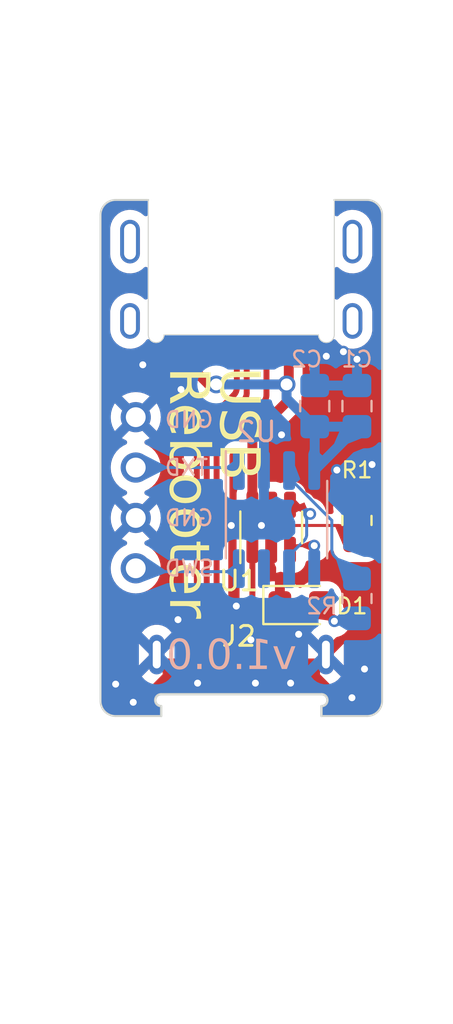
<source format=kicad_pcb>
(kicad_pcb (version 20221018) (generator pcbnew)
  (layers (0 "F.Cu" signal) (31 "B.Cu" signal) (34 "B.Paste" user) (35 "F.Paste" user) (36 "B.SilkS" user "B.Silkscreen") (37 "F.SilkS" user "F.Silkscreen") (38 "B.Mask" user) (39 "F.Mask" user) (44 "Edge.Cuts" user))
  (net 0 "")
  (net 1 "+5V")
  (net 2 "GND")
  (net 3 "Net-(CH1-SWDIO)")
  (net 4 "Net-(CH2-TXD)")
  (net 5 "Net-(D1-A)")
  (net 8 "VCC")
  (net 9 "/CC")
  (net 10 "/D+")
  (net 11 "/D-")
  (net 14 "Net-(U1-ISET)")
  (net 15 "/LED")
  (net 16 "/FLAG")
  (net 17 "/EN")
  (footprint "$74th:LED_0805_2012Metric_Pad1.15x1.40mm_HandSolder" (layer "F.Cu") (at 93.9038 73.6092)
    (fp_text reference "D1" (at 2.6162 0.0508) (layer "F.SilkS") (effects (font (size 0.8 0.8) (thickness 0.12))))
    (fp_text value "BLUE")
    (fp_line (start -1.86 -0.96) (end -1.86 0.96) (stroke (width 0.12)) (layer "F.SilkS"))
    (fp_line (start -1.86 0.96) (end 1 0.96) (stroke (width 0.12)) (layer "F.SilkS"))
    (fp_line (start 1 -0.96) (end -1.86 -0.96) (stroke (width 0.12)) (layer "F.SilkS"))
    (pad "1" smd roundrect (at -1.025 0) (size 1.15 1.4) (layers "F.Cu" "F.Paste" "F.Mask") (roundrect_rratio 0.2173913043) (net 2 "GND"))
    (pad "2" smd roundrect (at 1.025 0) (size 1.15 1.4) (layers "F.Cu" "F.Paste" "F.Mask") (roundrect_rratio 0.2173913043) (net 5 "Net-(D1-A)"))
  )
  (footprint "$74th:USB-C-12-Pin-MidMount-ali-v5-12Pin" (layer "F.Cu") (at 90.928 53.181 180)
    (fp_text reference "J1" hide)
    (fp_text value "USB2.0 C 12Pin Receptable")
    (fp_line (start -4.7 -6.8) (end -4.7 0) (stroke (width 0.05)) (layer "Edge.Cuts"))
    (fp_line (start 3.9 -6.8) (end -3.9 -6.8) (stroke (width 0.05)) (layer "Edge.Cuts"))
    (fp_line (start 4.7 -6.8) (end 4.7 0) (stroke (width 0.05)) (layer "Edge.Cuts"))
    (fp_arc (start -4.7 -6.8) (mid -4.3 -7.193079) (end -3.9 -6.8) (stroke (width 0.05)) (layer "Edge.Cuts"))
    (fp_arc (start 3.9 -6.8) (mid 4.3 -7.193079) (end 4.7 -6.8) (stroke (width 0.05)) (layer "Edge.Cuts"))
    (pad "" thru_hole oval (at -5.62 -6.1) (size 1 1.8) (drill oval 0.6 1.4) (layers "*.Cu" "*.Mask"))
    (pad "" thru_hole oval (at -5.62 -2.1) (size 1 2.2) (drill oval 0.6 1.8) (layers "*.Cu" "*.Mask"))
    (pad "" thru_hole oval (at 5.62 -6.1) (size 1 1.8) (drill oval 0.6 1.4) (layers "*.Cu" "*.Mask"))
    (pad "" thru_hole oval (at 5.62 -2.1) (size 1 2.2) (drill oval 0.6 1.8) (layers "*.Cu" "*.Mask"))
    (pad "1" smd rect (at -3.2 -7.525) (size 0.6 1.15) (layers "F.Cu" "F.Paste" "F.Mask") (net 2 "GND"))
    (pad "2" smd rect (at -2.4 -7.525) (size 0.6 1.15) (layers "F.Cu" "F.Paste" "F.Mask") (net 1 "+5V"))
    (pad "3" smd rect (at -1.75 -7.525) (size 0.3 1.15) (layers "F.Cu" "F.Paste" "F.Mask"))
    (pad "4" smd rect (at -1.25 -7.525) (size 0.3 1.15) (layers "F.Cu" "F.Paste" "F.Mask") (net 9 "/CC"))
    (pad "5" smd rect (at -0.75 -7.525) (size 0.3 1.15) (layers "F.Cu" "F.Paste" "F.Mask"))
    (pad "6" smd rect (at -0.25 -7.525) (size 0.3 1.15) (layers "F.Cu" "F.Paste" "F.Mask") (net 10 "/D+"))
    (pad "7" smd rect (at 0.25 -7.525) (size 0.3 1.15) (layers "F.Cu" "F.Paste" "F.Mask") (net 11 "/D-"))
    (pad "8" smd rect (at 0.75 -7.525) (size 0.3 1.15) (layers "F.Cu" "F.Paste" "F.Mask"))
    (pad "9" smd rect (at 1.25 -7.525) (size 0.3 1.15) (layers "F.Cu" "F.Paste" "F.Mask"))
    (pad "10" smd rect (at 1.75 -7.525) (size 0.3 1.15) (layers "F.Cu" "F.Paste" "F.Mask"))
    (pad "11" smd rect (at 2.4 -7.525) (size 0.6 1.15) (layers "F.Cu" "F.Paste" "F.Mask") (net 1 "+5V"))
    (pad "12" smd rect (at 3.2 -7.525) (size 0.6 1.15) (layers "F.Cu" "F.Paste" "F.Mask") (net 2 "GND"))
  )
  (footprint "$74th:Register_0805_2012" (layer "F.Cu") (at 96.774 69.342 90)
    (fp_text reference "R1" (at 2.54 0) (layer "F.SilkS") (effects (font (size 0.8 0.8) (thickness 0.12))))
    (fp_text value "56k" hide)
    (fp_line (start -0.227064 -0.735) (end 0.227064 -0.735) (stroke (width 0.12)) (layer "F.SilkS"))
    (fp_line (start -0.227064 0.735) (end 0.227064 0.735) (stroke (width 0.12)) (layer "F.SilkS"))
    (pad "1" smd roundrect (at -1 0 90) (size 1.2 1.4) (layers "F.Cu" "F.Paste" "F.Mask") (roundrect_rratio 0.2083333333) (net 14 "Net-(U1-ISET)"))
    (pad "2" smd roundrect (at 1 0 90) (size 1.2 1.4) (layers "F.Cu" "F.Paste" "F.Mask") (roundrect_rratio 0.2083333333) (net 2 "GND"))
  )
  (footprint "Package_TO_SOT_SMD:SOT-23-6" (layer "F.Cu") (at 92.4408 69.6921 90)
    (fp_text reference "U1" (at -2.6979 -1.6358) (layer "F.SilkS"))
    (fp_text value "CH217K")
    (fp_line (start 0 -1.56) (end -1.8 -1.56) (stroke (width 0.12)) (layer "F.SilkS"))
    (fp_line (start 0 -1.56) (end 0.8 -1.56) (stroke (width 0.12)) (layer "F.SilkS"))
    (fp_line (start 0 1.56) (end -0.8 1.56) (stroke (width 0.12)) (layer "F.SilkS"))
    (fp_line (start 0 1.56) (end 0.8 1.56) (stroke (width 0.12)) (layer "F.SilkS"))
    (pad "1" smd roundrect (at -1.1375 -0.95 90) (size 1.325 0.6) (layers "F.Cu" "F.Paste" "F.Mask") (net 8 "VCC"))
    (pad "2" smd roundrect (at -1.1375 0 90) (size 1.325 0.6) (layers "F.Cu" "F.Paste" "F.Mask") (net 2 "GND"))
    (pad "3" smd roundrect (at -1.1375 0.95 90) (size 1.325 0.6) (layers "F.Cu" "F.Paste" "F.Mask") (net 16 "/FLAG"))
    (pad "4" smd roundrect (at 1.1375 0.95 90) (size 1.325 0.6) (layers "F.Cu" "F.Paste" "F.Mask") (net 17 "/EN"))
    (pad "5" smd roundrect (at 1.1375 0 90) (size 1.325 0.6) (layers "F.Cu" "F.Paste" "F.Mask") (net 14 "Net-(U1-ISET)"))
    (pad "6" smd roundrect (at 1.1375 -0.95 90) (size 1.325 0.6) (layers "F.Cu" "F.Paste" "F.Mask") (net 1 "+5V"))
  )
  (footprint "$74th:2Pin" (layer "F.Cu") (at 85.598 71.755 90)
    (fp_text reference "CH1" hide)
    (fp_text value "SWD 1Wire")
    (pad "1" thru_hole circle (at 0 0 90) (size 1.524 1.524) (drill 1) (layers "*.Cu" "*.Mask") (net 3 "Net-(CH1-SWDIO)"))
    (pad "2" thru_hole circle (at 2.54 0 90) (size 1.524 1.524) (drill 1) (layers "*.Cu" "*.Mask") (net 2 "GND"))
  )
  (footprint "$74th:USB-C-MALE-00402-UCAM002-X" (layer "F.Cu") (at 90.932 78.105)
    (fp_text reference "J2" (at -0.127 -2.921 unlocked) (layer "F.SilkS"))
    (fp_text value "USB3.0 C Plug")
    (fp_line (start -4.05 0) (end 4.05 0) (stroke (width 0.12)) (layer "Edge.Cuts"))
    (fp_line (start -4.05 0.6) (end -4.05 1.1) (stroke (width 0.12)) (layer "Edge.Cuts"))
    (fp_line (start 4.05 0.6) (end 4.05 1.1) (stroke (width 0.12)) (layer "Edge.Cuts"))
    (fp_arc (start -4.05 0.6) (mid -4.35 0.3) (end -4.05 0) (stroke (width 0.12)) (layer "Edge.Cuts"))
    (fp_arc (start 4.05 0) (mid 4.35 0.3) (end 4.05 0.6) (stroke (width 0.12)) (layer "Edge.Cuts"))
    (pad "1" thru_hole oval (at -4.275 -2) (size 0.8 2) (drill oval 0.4 1.4) (layers "*.Cu" "*.Mask") (net 2 "GND"))
    (pad "1" smd rect (at -3.575 -1.05) (size 0.8 1.5) (layers "F.Cu" "F.Paste" "F.Mask") (net 2 "GND"))
    (pad "1" smd rect (at 3.575 -1.05) (size 0.8 1.5) (layers "F.Cu" "F.Paste" "F.Mask") (net 2 "GND"))
    (pad "1" thru_hole oval (at 4.275 -2) (size 0.8 2) (drill oval 0.4 1.4) (layers "*.Cu" "*.Mask") (net 2 "GND"))
    (pad "A1" smd rect (at 2.75 -1.65) (size 0.3 0.9) (layers "F.Cu" "F.Paste" "F.Mask") (net 2 "GND"))
    (pad "A2" smd rect (at 2.25 -1.65) (size 0.3 0.9) (layers "F.Cu" "F.Paste" "F.Mask"))
    (pad "A3" smd rect (at 1.75 -1.65) (size 0.3 0.9) (layers "F.Cu" "F.Paste" "F.Mask"))
    (pad "A4" smd rect (at 1.25 -1.65) (size 0.3 0.9) (layers "F.Cu" "F.Paste" "F.Mask") (net 8 "VCC"))
    (pad "A5" smd rect (at -1.25 -1.65) (size 0.3 0.9) (layers "F.Cu" "F.Paste" "F.Mask") (net 9 "/CC"))
    (pad "A6" smd rect (at -1.75 -1.65) (size 0.3 0.9) (layers "F.Cu" "F.Paste" "F.Mask") (net 10 "/D+"))
    (pad "A7" smd rect (at -2.25 -1.65) (size 0.3 0.9) (layers "F.Cu" "F.Paste" "F.Mask") (net 11 "/D-"))
    (pad "A12" smd rect (at -2.75 -1.65) (size 0.3 0.9) (layers "F.Cu" "F.Paste" "F.Mask") (net 2 "GND"))
    (pad "B9" smd rect (at -0.75 -1.65) (size 0.3 0.9) (layers "F.Cu" "F.Paste" "F.Mask") (net 8 "VCC"))
    (pad "B10" smd rect (at -0.25 -1.65) (size 0.3 0.9) (layers "F.Cu" "F.Paste" "F.Mask"))
    (pad "B11" smd rect (at 0.25 -1.65) (size 0.3 0.9) (layers "F.Cu" "F.Paste" "F.Mask"))
    (pad "B12" smd rect (at 0.75 -1.65) (size 0.3 0.9) (layers "F.Cu" "F.Paste" "F.Mask") (net 2 "GND"))
  )
  (footprint "$74th:Capacitor_0805_2012" (layer "B.Cu") (at 96.774 63.5762 90)
    (fp_text reference "C1" (at 2.3622 0) (layer "B.SilkS") (effects (font (size 0.8 0.8) (thickness 0.12)) (justify mirror)))
    (fp_text value "100n" hide)
    (fp_line (start -0.261252 -0.735) (end 0.261252 -0.735) (stroke (width 0.12)) (layer "B.SilkS"))
    (fp_line (start -0.261252 0.735) (end 0.261252 0.735) (stroke (width 0.12)) (layer "B.SilkS"))
    (pad "1" smd roundrect (at -1.0375 0 90) (size 1.175 1.45) (layers "B.Cu" "B.Paste" "B.Mask") (roundrect_rratio 0.2127659574) (net 1 "+5V"))
    (pad "2" smd roundrect (at 1.0375 0 90) (size 1.175 1.45) (layers "B.Cu" "B.Paste" "B.Mask") (roundrect_rratio 0.2127659574) (net 2 "GND"))
  )
  (footprint "$74th:Capacitor_0805_2012" (layer "B.Cu") (at 94.6404 63.5762 90)
    (fp_text reference "C2" (at 2.3622 -0.4064) (layer "B.SilkS") (effects (font (size 0.8 0.8) (thickness 0.12)) (justify mirror)))
    (fp_text value "10u" hide)
    (fp_line (start -0.261252 -0.735) (end 0.261252 -0.735) (stroke (width 0.12)) (layer "B.SilkS"))
    (fp_line (start -0.261252 0.735) (end 0.261252 0.735) (stroke (width 0.12)) (layer "B.SilkS"))
    (pad "1" smd roundrect (at -1.0375 0 90) (size 1.175 1.45) (layers "B.Cu" "B.Paste" "B.Mask") (roundrect_rratio 0.2127659574) (net 1 "+5V"))
    (pad "2" smd roundrect (at 1.0375 0 90) (size 1.175 1.45) (layers "B.Cu" "B.Paste" "B.Mask") (roundrect_rratio 0.2127659574) (net 2 "GND"))
  )
  (footprint "$74th:Register_0805_2012" (layer "B.Cu") (at 96.774 73.279 -90)
    (fp_text reference "R2" (at 0.381 1.778) (layer "B.SilkS") (effects (font (size 0.8 0.8) (thickness 0.12)) (justify mirror)))
    (fp_text value "10k" hide)
    (fp_line (start -0.227064 -0.735) (end 0.227064 -0.735) (stroke (width 0.12)) (layer "B.SilkS"))
    (fp_line (start -0.227064 0.735) (end 0.227064 0.735) (stroke (width 0.12)) (layer "B.SilkS"))
    (pad "1" smd roundrect (at -1 0 270) (size 1.2 1.4) (layers "B.Cu" "B.Paste" "B.Mask") (roundrect_rratio 0.2083333333) (net 15 "/LED"))
    (pad "2" smd roundrect (at 1 0 270) (size 1.2 1.4) (layers "B.Cu" "B.Paste" "B.Mask") (roundrect_rratio 0.2083333333) (net 5 "Net-(D1-A)"))
  )
  (footprint "Package_SO:SOIC-8_3.9x4.9mm_P1.27mm" (layer "B.Cu") (at 92.71 69.3 -90)
    (fp_text reference "U2" (at -4.4284 1.016) (layer "B.SilkS") (effects (justify mirror)))
    (fp_text value "CH32V003J4M6")
    (fp_line (start 0 -2.56) (end -1.95 -2.56) (stroke (width 0.12)) (layer "B.SilkS"))
    (fp_line (start 0 -2.56) (end 1.95 -2.56) (stroke (width 0.12)) (layer "B.SilkS"))
    (fp_line (start 0 2.56) (end -3.45 2.56) (stroke (width 0.12)) (layer "B.SilkS"))
    (fp_line (start 0 2.56) (end 1.95 2.56) (stroke (width 0.12)) (layer "B.SilkS"))
    (pad "1" smd roundrect (at -2.475 1.905 270) (size 1.95 0.6) (layers "B.Cu" "B.Paste" "B.Mask") (net 4 "Net-(CH2-TXD)"))
    (pad "2" smd roundrect (at -2.475 0.635 270) (size 1.95 0.6) (layers "B.Cu" "B.Paste" "B.Mask") (net 2 "GND"))
    (pad "3" smd roundrect (at -2.475 -0.635 270) (size 1.95 0.6) (layers "B.Cu" "B.Paste" "B.Mask") (net 15 "/LED"))
    (pad "4" smd roundrect (at -2.475 -1.905 270) (size 1.95 0.6) (layers "B.Cu" "B.Paste" "B.Mask") (net 1 "+5V"))
    (pad "5" smd roundrect (at 2.475 -1.905 270) (size 1.95 0.6) (layers "B.Cu" "B.Paste" "B.Mask") (net 16 "/FLAG"))
    (pad "6" smd roundrect (at 2.475 -0.635 270) (size 1.95 0.6) (layers "B.Cu" "B.Paste" "B.Mask") (net 17 "/EN"))
    (pad "7" smd roundrect (at 2.475 0.635 270) (size 1.95 0.6) (layers "B.Cu" "B.Paste" "B.Mask"))
    (pad "8" smd roundrect (at 2.475 1.905 270) (size 1.95 0.6) (layers "B.Cu" "B.Paste" "B.Mask") (net 3 "Net-(CH1-SWDIO)"))
  )
  (footprint "$74th:2Pin" (layer "B.Cu") (at 85.598 66.675 90)
    (fp_text reference "CH2" hide)
    (fp_text value "UART_TX")
    (pad "1" thru_hole circle (at 0 0 90) (size 1.524 1.524) (drill 1) (layers "*.Cu" "*.Mask") (net 4 "Net-(CH2-TXD)"))
    (pad "2" thru_hole circle (at 2.54 0 90) (size 1.524 1.524) (drill 1) (layers "*.Cu" "*.Mask") (net 2 "GND"))
  )
  (gr_line (start 98.044 78.443) (end 98.044 53.943) (stroke (width 0.1)) (layer "Edge.Cuts"))
  (gr_arc (start 98.044 78.443) (mid 97.820815 78.981815) (end 97.282 79.205) (stroke (width 0.1)) (layer "Edge.Cuts"))
  (gr_line (start 84.582 53.181) (end 86.228 53.181) (stroke (width 0.1)) (layer "Edge.Cuts"))
  (gr_arc (start 84.582 79.205) (mid 84.043185 78.981815) (end 83.82 78.443) (stroke (width 0.1)) (layer "Edge.Cuts"))
  (gr_line (start 83.82 78.443) (end 83.82 53.943) (stroke (width 0.1)) (layer "Edge.Cuts"))
  (gr_arc (start 83.82 53.943) (mid 84.043185 53.404185) (end 84.582 53.181) (stroke (width 0.1)) (layer "Edge.Cuts"))
  (gr_line (start 84.582 79.205) (end 86.882 79.205) (stroke (width 0.1)) (layer "Edge.Cuts"))
  (gr_line (start 94.982 79.205) (end 97.282 79.205) (stroke (width 0.1)) (layer "Edge.Cuts"))
  (gr_arc (start 97.282 53.181) (mid 97.820815 53.404185) (end 98.044 53.943) (stroke (width 0.1)) (layer "Edge.Cuts"))
  (gr_line (start 95.628 53.181) (end 97.282 53.181) (stroke (width 0.1)) (layer "Edge.Cuts"))
  (gr_text "GND" (at 86.995 64.262) (layer "B.SilkS") (effects (font (size 0.8 0.8) (thickness 0.12)) (justify right mirror)))
  (gr_text "TXD" (at 86.995 66.675) (layer "B.SilkS") (effects (font (size 0.8 0.8) (thickness 0.12)) (justify right mirror)))
  (gr_text "v1.0.0" (at 93.726 77.089) (layer "B.SilkS") (effects (font (size 1.5 1.5) (thickness 0.12)) (justify left bottom mirror)))
  (gr_text "SWD" (at 86.995 71.755) (layer "B.SilkS") (effects (font (size 0.8 0.8) (thickness 0.12)) (justify right mirror)))
  (gr_text "GND" (at 86.995 69.215) (layer "B.SilkS") (effects (font (size 0.8 0.8) (thickness 0.12)) (justify right mirror)))
  (gr_text "Rebooter" (at 86.995 61.595 270) (layer "F.SilkS") (effects (font (size 2 2) (thickness 0.12)) (justify left bottom)))
  (gr_text "USB" (at 89.535 61.595 270) (layer "F.SilkS") (effects (font (size 2 2) (thickness 0.12)) (justify left bottom)))
  (segment (start 89.281 62.484) (end 88.519 61.722) (width 0.5) (layer "F.Cu") (net 1))
  (segment (start 93.328 62.374) (end 93.218 62.484) (width 0.5) (layer "F.Cu") (net 1))
  (segment (start 91.4908 68.5546) (end 91.4908 65.1002) (width 0.5) (layer "F.Cu") (net 1))
  (segment (start 88.519 61.722) (end 88.528 61.713) (width 0.5) (layer "F.Cu") (net 1))
  (segment (start 89.662 62.484) (end 89.281 62.484) (width 0.5) (layer "F.Cu") (net 1))
  (segment (start 91.4908 65.1002) (end 93.218 63.373) (width 0.5) (layer "F.Cu") (net 1))
  (segment (start 93.218 63.373) (end 93.218 62.484) (width 0.5) (layer "F.Cu") (net 1))
  (segment (start 93.328 60.706) (end 93.328 62.374) (width 0.5) (layer "F.Cu") (net 1))
  (segment (start 88.528 61.713) (end 88.528 60.706) (width 0.5) (layer "F.Cu") (net 1))
  (via (at 93.218 62.484) (size 0.9) (drill 0.6) (layers "F.Cu" "B.Cu") (net 1))
  (via (at 89.662 62.484) (size 0.9) (drill 0.6) (layers "F.Cu" "B.Cu") (net 1))
  (segment (start 93.218 62.484) (end 89.662 62.484) (width 0.5) (layer "B.Cu") (net 1))
  (segment (start 94.6404 64.6137) (end 94.6404 66.7996) (width 0.5) (layer "B.Cu") (net 1))
  (segment (start 93.218 62.484) (end 93.218 63.1913) (width 0.5) (layer "B.Cu") (net 1))
  (segment (start 94.6404 64.6137) (end 96.774 64.6137) (width 0.5) (layer "B.Cu") (net 1))
  (segment (start 94.615 66.825) (end 96.774 64.666) (width 0.5) (layer "B.Cu") (net 1))
  (segment (start 93.218 63.1913) (end 94.6404 64.6137) (width 0.5) (layer "B.Cu") (net 1))
  (segment (start 90.424 69.596) (end 90.424 73.198893) (width 0.3) (layer "F.Cu") (net 2))
  (segment (start 95.078153 61.893847) (end 94.488 62.484) (width 0.3) (layer "F.Cu") (net 2))
  (segment (start 91.948 69.596) (end 92.294354 69.942354) (width 0.3) (layer "F.Cu") (net 2))
  (segment (start 88.182 76.455) (end 88.182 77.006) (width 0.3) (layer "F.Cu") (net 2))
  (segment (start 87.357 77.055) (end 87.957 76.455) (width 0.3) (layer "F.Cu") (net 2))
  (segment (start 94.5048 77.055) (end 93.9048 76.455) (width 0.3) (layer "F.Cu") (net 2))
  (segment (start 91.682 76.455) (end 91.682 77.5074) (width 0.3) (layer "F.Cu") (net 2))
  (segment (start 90.424 69.596) (end 91.948 69.596) (width 0.3) (layer "F.Cu") (net 2))
  (segment (start 91.682 76.455) (end 91.682 75.6292) (width 0.3) (layer "F.Cu") (net 2))
  (segment (start 94.177 61.965893) (end 94.177 60.452) (width 0.3) (layer "F.Cu") (net 2))
  (segment (start 87.957 76.455) (end 88.182 76.455) (width 0.3) (layer "F.Cu") (net 2))
  (segment (start 88.182 76.455) (end 88.182 74.7962) (width 0.3) (layer "F.Cu") (net 2))
  (segment (start 92.4408 70.295907) (end 92.4408 70.8296) (width 0.3) (layer "F.Cu") (net 2))
  (segment (start 87.873447 62.727447) (end 87.884 62.738) (width 0.3) (layer "F.Cu") (net 2))
  (segment (start 93.9048 76.455) (end 93.682 76.455) (width 0.3) (layer "F.Cu") (net 2))
  (segment (start 94.488 62.484) (end 94.323446 62.319446) (width 0.3) (layer "F.Cu") (net 2))
  (segment (start 93.682 76.455) (end 93.682 75.228) (width 0.3) (layer "F.Cu") (net 2))
  (segment (start 88.182 74.7962) (end 87.7316 74.3458) (width 0.3) (layer "F.Cu") (net 2))
  (segment (start 88.182 77.006) (end 88.7222 77.5462) (width 0.3) (layer "F.Cu") (net 2))
  (segment (start 93.682 76.455) (end 93.682 77.2854) (width 0.3) (layer "F.Cu") (net 2))
  (segment (start 91.682 75.6292) (end 91.4146 75.3618) (width 0.3) (layer "F.Cu") (net 2))
  (segment (start 87.727 60.452) (end 87.727 62.373893) (width 0.3) (layer "F.Cu") (net 2))
  (segment (start 93.682 75.228) (end 93.8276 75.0824) (width 0.3) (layer "F.Cu") (net 2))
  (segment (start 90.570447 73.552447) (end 90.678 73.66) (width 0.3) (layer "F.Cu") (net 2))
  (segment (start 91.682 77.5074) (end 91.6432 77.5462) (width 0.3) (layer "F.Cu") (net 2))
  (segment (start 93.682 77.2854) (end 93.4212 77.5462) (width 0.3) (layer "F.Cu") (net 2))
  (segment (start 95.2246 61.0616) (end 95.2246 61.540293) (width 0.3) (layer "F.Cu") (net 2))
  (via (at 84.582 77.597) (size 0.6) (drill 0.35) (layers "F.Cu" "B.Cu") (net 2))
  (via (at 85.9536 61.4934) (size 0.6) (drill 0.35) (layers "F.Cu" "B.Cu") (net 2))
  (via (at 93.4212 77.5462) (size 0.6) (drill 0.35) (layers "F.Cu" "B.Cu") (net 2))
  (via (at 90.424 69.596) (size 0.6) (drill 0.35) (layers "F.Cu" "B.Cu") (net 2))
  (via (at 90.678 73.66) (size 0.6) (drill 0.35) (layers "F.Cu" "B.Cu") (net 2))
  (via (at 92.964 65.024) (size 0.6) (drill 0.35) (layers "F.Cu" "B.Cu") (net 2))
  (via (at 96.0882 60.833) (size 0.6) (drill 0.35) (layers "F.Cu" "B.Cu") (net 2))
  (via (at 85.471 78.5114) (size 0.6) (drill 0.35) (layers "F.Cu" "B.Cu") (net 2))
  (via (at 91.4146 75.3618) (size 0.6) (drill 0.35) (layers "F.Cu" "B.Cu") (net 2))
  (via (at 95.758 66.802) (size 0.6) (drill 0.35) (layers "F.Cu" "B.Cu") (net 2))
  (via (at 96.52 78.2828) (size 0.6) (drill 0.35) (layers "F.Cu" "B.Cu") (net 2))
  (via (at 91.6432 77.5462) (size 0.6) (drill 0.35) (layers "F.Cu" "B.Cu") (net 2))
  (via (at 91.948 69.596) (size 0.6) (drill 0.35) (layers "F.Cu" "B.Cu") (net 2))
  (via (at 97.155 76.835) (size 0.6) (drill 0.35) (layers "F.Cu" "B.Cu") (net 2))
  (via (at 96.774 61.214) (size 0.6) (drill 0.35) (layers "F.Cu" "B.Cu") (net 2))
  (via (at 88.7222 77.5462) (size 0.6) (drill 0.35) (layers "F.Cu" "B.Cu") (net 2))
  (via (at 95.2246 61.0616) (size 0.6) (drill 0.35) (layers "F.Cu" "B.Cu") (net 2))
  (via (at 93.8276 75.0824) (size 0.6) (drill 0.35) (layers "F.Cu" "B.Cu") (net 2))
  (via (at 87.7316 74.3458) (size 0.6) (drill 0.35) (layers "F.Cu" "B.Cu") (net 2))
  (via (at 87.884 62.738) (size 0.6) (drill 0.35) (layers "F.Cu" "B.Cu") (net 2))
  (via (at 97.536 66.5226) (size 0.6) (drill 0.35) (layers "F.Cu" "B.Cu") (net 2))
  (arc (start 92.4408 70.295907) (mid 92.40274 70.104566) (end 92.294354 69.942354) (width 0.3) (layer "F.Cu") (net 2))
  (arc (start 90.570447 73.552447) (mid 90.46206 73.390235) (end 90.424 73.198893) (width 0.3) (layer "F.Cu") (net 2))
  (arc (start 94.323446 62.319446) (mid 94.21506 62.157234) (end 94.177 61.965893) (width 0.3) (layer "F.Cu") (net 2))
  (arc (start 87.873447 62.727447) (mid 87.76506 62.565235) (end 87.727 62.373893) (width 0.3) (layer "F.Cu") (net 2))
  (arc (start 95.2246 61.540293) (mid 95.18654 61.731635) (end 95.078153 61.893847) (width 0.3) (layer "F.Cu") (net 2))
  (segment (start 90.805 71.925) (end 85.975107 71.925) (width 0.15) (layer "B.Cu") (net 3))
  (segment (start 85.725 66.675) (end 90.805 66.675) (width 0.15) (layer "B.Cu") (net 4))
  (segment (start 94.9288 73.6092) (end 95.631 74.3114) (width 0.15) (layer "F.Cu") (net 5))
  (segment (start 95.631 74.3114) (end 95.631 74.422) (width 0.15) (layer "F.Cu") (net 5))
  (via (at 95.631 74.422) (size 0.6) (drill 0.35) (layers "F.Cu" "B.Cu") (net 5))
  (segment (start 95.631 74.422) (end 96.631 74.422) (width 0.15) (layer "B.Cu") (net 5))
  (segment (start 92.182 76.455) (end 92.182 75.015507) (width 0.3) (layer "F.Cu") (net 8))
  (segment (start 90.17 75.438) (end 91.4908 74.1172) (width 0.3) (layer "F.Cu") (net 8))
  (segment (start 92.035553 74.661953) (end 91.4908 74.1172) (width 0.3) (layer "F.Cu") (net 8))
  (segment (start 90.182 76.455) (end 90.182 75.45) (width 0.3) (layer "F.Cu") (net 8))
  (segment (start 90.182 75.45) (end 90.17 75.438) (width 0.3) (layer "F.Cu") (net 8))
  (segment (start 91.4908 74.1172) (end 91.4908 70.8296) (width 0.3) (layer "F.Cu") (net 8))
  (arc (start 92.182 75.015507) (mid 92.14394 74.824165) (end 92.035553 74.661953) (width 0.3) (layer "F.Cu") (net 8))
  (segment (start 92.202 60.452) (end 92.202 63.013493) (width 0.3) (layer "F.Cu") (net 9))
  (segment (start 89.682 65.947707) (end 89.682 76.455) (width 0.3) (layer "F.Cu") (net 9))
  (segment (start 92.055553 63.367047) (end 89.828446 65.594154) (width 0.3) (layer "F.Cu") (net 9))
  (arc (start 92.202 63.013493) (mid 92.16394 63.204835) (end 92.055553 63.367047) (width 0.3) (layer "F.Cu") (net 9))
  (arc (start 89.682 65.947707) (mid 89.72006 65.756366) (end 89.828446 65.594154) (width 0.3) (layer "F.Cu") (net 9))
  (segment (start 91.202 60.452) (end 91.202 62.921293) (width 0.3) (layer "F.Cu") (net 10))
  (segment (start 89.182 65.355507) (end 89.182 76.455) (width 0.3) (layer "F.Cu") (net 10))
  (segment (start 91.055553 63.274847) (end 89.328446 65.001954) (width 0.3) (layer "F.Cu") (net 10))
  (arc (start 91.055553 63.274847) (mid 91.16394 63.112635) (end 91.202 62.921293) (width 0.3) (layer "F.Cu") (net 10))
  (arc (start 89.328446 65.001954) (mid 89.22006 65.164166) (end 89.182 65.355507) (width 0.3) (layer "F.Cu") (net 10))
  (segment (start 88.682 76.455) (end 88.682 65.093507) (width 0.3) (layer "F.Cu") (net 11))
  (segment (start 90.702 62.659293) (end 90.702 60.452) (width 0.3) (layer "F.Cu") (net 11))
  (segment (start 88.828447 64.739953) (end 90.555554 63.012846) (width 0.3) (layer "F.Cu") (net 11))
  (arc (start 90.555554 63.012846) (mid 90.66394 62.850634) (end 90.702 62.659293) (width 0.3) (layer "F.Cu") (net 11))
  (arc (start 88.828447 64.739953) (mid 88.72006 64.902165) (end 88.682 65.093507) (width 0.3) (layer "F.Cu") (net 11))
  (segment (start 93.044107 69.596) (end 95.820893 69.596) (width 0.15) (layer "F.Cu") (net 14))
  (segment (start 92.587247 69.346247) (end 92.690554 69.449554) (width 0.15) (layer "F.Cu") (net 14))
  (segment (start 96.174447 69.742447) (end 96.774 70.342) (width 0.15) (layer "F.Cu") (net 14))
  (arc (start 92.690554 69.449554) (mid 92.852766 69.55794) (end 93.044107 69.596) (width 0.15) (layer "F.Cu") (net 14))
  (arc (start 92.587247 69.346247) (mid 92.47886 69.184035) (end 92.4408 68.992693) (width 0.15) (layer "F.Cu") (net 14))
  (arc (start 95.820893 69.596) (mid 96.012235 69.63406) (end 96.174447 69.742447) (width 0.15) (layer "F.Cu") (net 14))
  (segment (start 95.650446 71.155446) (end 96.774 72.279) (width 0.15) (layer "B.Cu") (net 15))
  (segment (start 95.504 69.342) (end 95.504 70.801893) (width 0.15) (layer "B.Cu") (net 15))
  (segment (start 93.345 67.183) (end 95.504 69.342) (width 0.15) (layer "B.Cu") (net 15))
  (arc (start 95.504 70.801893) (mid 95.54206 70.993234) (end 95.650446 71.155446) (width 0.15) (layer "B.Cu") (net 15))
  (segment (start 94.615 70.612) (end 93.815507 70.612) (width 0.15) (layer "F.Cu") (net 16))
  (via (at 94.615 70.612) (size 0.6) (drill 0.35) (layers "F.Cu" "B.Cu") (net 16))
  (arc (start 93.461953 70.758447) (mid 93.624165 70.65006) (end 93.815507 70.612) (width 0.15) (layer "F.Cu") (net 16))
  (segment (start 94.615 70.612) (end 94.615 71.925) (width 0.15) (layer "B.Cu") (net 16))
  (segment (start 94.4118 69.0118) (end 94.105403 68.705403) (width 0.15) (layer "F.Cu") (net 17))
  (segment (start 94.105403 68.705403) (end 93.684691 68.705403) (width 0.15) (layer "F.Cu") (net 17))
  (via (at 94.4118 69.0118) (size 0.6) (drill 0.35) (layers "F.Cu" "B.Cu") (net 17))
  (arc (start 93.684691 68.705403) (mid 93.529163 68.655435) (end 93.396753 68.560553) (width 0.15) (layer "F.Cu") (net 17))
  (segment (start 94.4118 69.0118) (end 94.232398 69.191202) (width 0.15) (layer "B.Cu") (net 17))
  (segment (start 94.087554 70.377446) (end 93.491447 70.973553) (width 0.15) (layer "B.Cu") (net 17))
  (segment (start 94.232398 69.191202) (end 94.232398 70.089509) (width 0.15) (layer "B.Cu") (net 17))
  (arc (start 94.232398 70.089509) (mid 94.182435 70.245037) (end 94.087554 70.377446) (width 0.15) (layer "B.Cu") (net 17))
  (zone (net 2) (net_name "GND") (layers "F&B.Cu") (connect_pads (clearance 0.5)) (min_thickness 0.25) (fill yes (thermal_gap 0.5) (thermal_bridge_width 0.5))
    (polygon (pts (xy 78.74 50.8) (xy 99.06 50.8) (xy 99.06 81.28) (xy 78.74 81.28)))
  )
)
</source>
